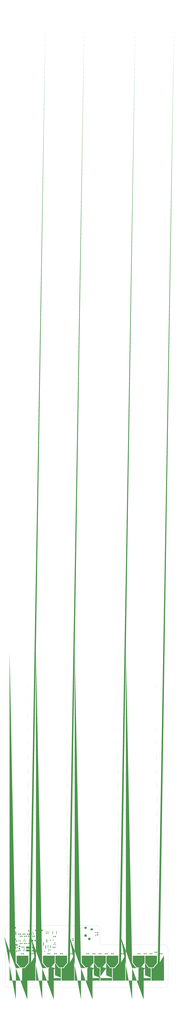
<source format=gbr>
%TF.GenerationSoftware,KiCad,Pcbnew,(6.0.7)*%
%TF.CreationDate,2023-07-28T14:32:25-04:00*%
%TF.ProjectId,Stylophone,5374796c-6f70-4686-9f6e-652e6b696361,rev?*%
%TF.SameCoordinates,Original*%
%TF.FileFunction,Paste,Top*%
%TF.FilePolarity,Positive*%
%FSLAX46Y46*%
G04 Gerber Fmt 4.6, Leading zero omitted, Abs format (unit mm)*
G04 Created by KiCad (PCBNEW (6.0.7)) date 2023-07-28 14:32:25*
%MOMM*%
%LPD*%
G01*
G04 APERTURE LIST*
G04 Aperture macros list*
%AMRoundRect*
0 Rectangle with rounded corners*
0 $1 Rounding radius*
0 $2 $3 $4 $5 $6 $7 $8 $9 X,Y pos of 4 corners*
0 Add a 4 corners polygon primitive as box body*
4,1,4,$2,$3,$4,$5,$6,$7,$8,$9,$2,$3,0*
0 Add four circle primitives for the rounded corners*
1,1,$1+$1,$2,$3*
1,1,$1+$1,$4,$5*
1,1,$1+$1,$6,$7*
1,1,$1+$1,$8,$9*
0 Add four rect primitives between the rounded corners*
20,1,$1+$1,$2,$3,$4,$5,0*
20,1,$1+$1,$4,$5,$6,$7,0*
20,1,$1+$1,$6,$7,$8,$9,0*
20,1,$1+$1,$8,$9,$2,$3,0*%
%AMFreePoly0*
4,1,45,2.512662,7.087767,2.516726,7.088432,2.520033,7.086467,2.530782,7.084572,2.549099,7.069202,2.569656,7.056991,7.069656,1.556992,7.084947,1.529730,7.084757,1.514405,7.090000,1.500000,7.090000,-7.000000,7.087939,-7.011690,7.088633,-7.015628,7.086634,-7.019091,7.084572,-7.030782,7.069543,-7.048693,7.057851,-7.068944,7.050220,-7.071722,7.045000,-7.077942,7.021973,-7.082003,
7.000000,-7.090000,-7.000000,-7.090000,-7.011690,-7.087939,-7.015628,-7.088633,-7.019091,-7.086634,-7.030782,-7.084572,-7.048693,-7.069543,-7.068944,-7.057851,-7.071722,-7.050220,-7.077942,-7.045000,-7.082003,-7.021973,-7.090000,-7.000000,-7.090000,1.500000,-7.084572,1.530782,-7.074719,1.542524,-7.069656,1.556991,-2.569656,7.056991,-2.559911,7.065376,-2.557851,7.068944,-2.554235,7.070260,
-2.545963,7.077378,-2.522471,7.081821,-2.500000,7.090000,2.500000,7.090000,2.512662,7.087767,2.512662,7.087767,$1*%
%AMFreePoly1*
4,1,58,7.511690,15.087939,7.515628,15.088633,7.519091,15.086634,7.530782,15.084572,7.548693,15.069543,7.568944,15.057851,7.571722,15.050220,7.577942,15.045000,7.582003,15.021973,7.590000,15.000000,7.590000,-15.000000,7.587939,-15.011690,7.588633,-15.015628,7.586634,-15.019091,7.584572,-15.030782,7.569543,-15.048693,7.557851,-15.068944,7.550220,-15.071722,7.545000,-15.077942,7.521973,-15.082003,
7.500000,-15.090000,-7.500000,-15.090000,-7.511690,-15.087939,-7.515628,-15.088633,-7.519091,-15.086634,-7.530782,-15.084572,-7.548693,-15.069543,-7.568944,-15.057851,-7.571722,-15.050220,-7.577942,-15.045000,-7.582003,-15.021973,-7.590000,-15.000000,-7.590000,0.000000,-7.587939,0.011690,-7.588633,0.015628,-7.586634,0.019091,-7.584572,0.030782,-7.569543,0.048693,-7.557851,0.068944,-7.550220,0.071722,
-7.545000,0.077942,-7.521973,0.082003,-7.500000,0.090000,-5.042154,0.090000,-0.090000,6.032585,-0.090000,15.000000,-0.087939,15.011690,-0.088633,15.015628,-0.086634,15.019091,-0.084572,15.030782,-0.069543,15.048693,-0.057851,15.068944,-0.050220,15.071722,-0.045000,15.077942,-0.021973,15.082003,0.000000,15.090000,7.500000,15.090000,7.511690,15.087939,7.511690,15.087939,$1*%
%AMFreePoly2*
4,1,59,0.015347,6.087033,0.020445,6.087647,0.042347,6.073353,0.065682,6.061530,0.067700,6.056807,0.072000,6.054000,4.545000,0.090000,7.000000,0.090000,7.011690,0.087939,7.015628,0.088633,7.019091,0.086634,7.030782,0.084572,7.048693,0.069543,7.068944,0.057851,7.071722,0.050220,7.077942,0.045000,7.082003,0.021973,7.090000,0.000000,7.090000,-15.000000,7.087939,-15.011690,
7.088633,-15.015628,7.086634,-15.019091,7.084572,-15.030782,7.069543,-15.048693,7.057851,-15.068944,7.050220,-15.071722,7.045000,-15.077942,7.021973,-15.082003,7.000000,-15.090000,-7.000000,-15.090000,-7.011690,-15.087939,-7.015628,-15.088633,-7.019091,-15.086634,-7.030782,-15.084572,-7.048693,-15.069543,-7.068944,-15.057851,-7.071722,-15.050220,-7.077942,-15.045000,-7.082003,-15.021973,-7.090000,-15.000000,
-7.090000,0.000000,-7.087939,0.011690,-7.088633,0.015628,-7.086634,0.019091,-7.084572,0.030782,-7.069543,0.048693,-7.057851,0.068944,-7.050220,0.071722,-7.045000,0.077942,-7.021973,0.082003,-7.000000,0.090000,-4.545000,0.090000,-0.072000,6.054000,-0.049188,6.075369,-0.044188,6.076535,-0.040677,6.080283,-0.014710,6.083411,0.010765,6.089354,0.015347,6.087033,0.015347,6.087033,
$1*%
%AMFreePoly3*
4,1,58,0.011690,15.087939,0.015628,15.088633,0.019091,15.086634,0.030782,15.084572,0.048693,15.069543,0.068944,15.057851,0.071722,15.050220,0.077942,15.045000,0.082003,15.021973,0.090000,15.000000,0.090000,6.032585,5.042153,0.090000,7.500000,0.090000,7.511690,0.087939,7.515628,0.088633,7.519091,0.086634,7.530782,0.084572,7.548693,0.069543,7.568944,0.057851,7.571722,0.050220,
7.577942,0.045000,7.582003,0.021973,7.590000,0.000000,7.590000,-15.000000,7.587939,-15.011690,7.588633,-15.015628,7.586634,-15.019091,7.584572,-15.030782,7.569543,-15.048693,7.557851,-15.068944,7.550220,-15.071722,7.545000,-15.077942,7.521973,-15.082003,7.500000,-15.090000,-7.500000,-15.090000,-7.511690,-15.087939,-7.515628,-15.088633,-7.519091,-15.086634,-7.530782,-15.084572,-7.548693,-15.069543,
-7.568944,-15.057851,-7.571722,-15.050220,-7.577942,-15.045000,-7.582003,-15.021973,-7.590000,-15.000000,-7.590000,15.000000,-7.587939,15.011690,-7.588633,15.015628,-7.586634,15.019091,-7.584572,15.030782,-7.569543,15.048693,-7.557851,15.068944,-7.550220,15.071722,-7.545000,15.077942,-7.521973,15.082003,-7.500000,15.090000,0.000000,15.090000,0.011690,15.087939,0.011690,15.087939,$1*%
G04 Aperture macros list end*
%TA.AperFunction,Profile*%
%ADD10C,0.100000*%
%TD*%
%ADD11RoundRect,0.250000X0.350000X0.450000X-0.350000X0.450000X-0.350000X-0.450000X0.350000X-0.450000X0*%
%ADD12RoundRect,0.250000X0.750000X-0.250000X0.750000X0.250000X-0.750000X0.250000X-0.750000X-0.250000X0*%
%ADD13FreePoly0,180.000000*%
%ADD14FreePoly1,0.000000*%
%ADD15RoundRect,0.250000X0.450000X-0.350000X0.450000X0.350000X-0.450000X0.350000X-0.450000X-0.350000X0*%
%ADD16RoundRect,0.250000X-0.350000X-0.450000X0.350000X-0.450000X0.350000X0.450000X-0.350000X0.450000X0*%
%ADD17RoundRect,0.250000X-0.412500X-0.650000X0.412500X-0.650000X0.412500X0.650000X-0.412500X0.650000X0*%
%ADD18RoundRect,0.150000X0.150000X-0.587500X0.150000X0.587500X-0.150000X0.587500X-0.150000X-0.587500X0*%
%ADD19RoundRect,0.237500X0.237500X-0.287500X0.237500X0.287500X-0.237500X0.287500X-0.237500X-0.287500X0*%
%ADD20RoundRect,0.250000X0.250000X0.750000X-0.250000X0.750000X-0.250000X-0.750000X0.250000X-0.750000X0*%
%ADD21R,2.800000X2.600000*%
%ADD22R,2.800000X2.200000*%
%ADD23R,2.800000X2.800000*%
%ADD24RoundRect,0.237500X-0.237500X0.300000X-0.237500X-0.300000X0.237500X-0.300000X0.237500X0.300000X0*%
%ADD25RoundRect,0.150000X-0.587500X-0.150000X0.587500X-0.150000X0.587500X0.150000X-0.587500X0.150000X0*%
%ADD26FreePoly2,0.000000*%
%ADD27RoundRect,0.250000X0.650000X-0.412500X0.650000X0.412500X-0.650000X0.412500X-0.650000X-0.412500X0*%
%ADD28RoundRect,0.250000X-0.650000X0.412500X-0.650000X-0.412500X0.650000X-0.412500X0.650000X0.412500X0*%
%ADD29R,0.900000X1.200000*%
%ADD30RoundRect,0.250000X-0.337500X-0.475000X0.337500X-0.475000X0.337500X0.475000X-0.337500X0.475000X0*%
%ADD31R,0.650000X2.000000*%
%ADD32RoundRect,0.237500X-0.300000X-0.237500X0.300000X-0.237500X0.300000X0.237500X-0.300000X0.237500X0*%
%ADD33FreePoly3,0.000000*%
%ADD34R,5.100000X2.400000*%
%ADD35RoundRect,0.250000X-1.500000X-0.550000X1.500000X-0.550000X1.500000X0.550000X-1.500000X0.550000X0*%
%ADD36R,1.200000X0.900000*%
%ADD37RoundRect,0.250000X-0.450000X0.350000X-0.450000X-0.350000X0.450000X-0.350000X0.450000X0.350000X0*%
%ADD38RoundRect,0.237500X-0.237500X0.287500X-0.237500X-0.287500X0.237500X-0.287500X0.237500X0.287500X0*%
%ADD39RoundRect,0.250000X-0.750000X0.250000X-0.750000X-0.250000X0.750000X-0.250000X0.750000X0.250000X0*%
%ADD40RoundRect,0.237500X0.237500X-0.300000X0.237500X0.300000X-0.237500X0.300000X-0.237500X-0.300000X0*%
%ADD41RoundRect,0.070000X-0.530000X0.280000X-0.530000X-0.280000X0.530000X-0.280000X0.530000X0.280000X0*%
%ADD42RoundRect,0.076000X-0.524000X0.304000X-0.524000X-0.304000X0.524000X-0.304000X0.524000X0.304000X0*%
%ADD43RoundRect,0.080000X-0.520000X0.320000X-0.520000X-0.320000X0.520000X-0.320000X0.520000X0.320000X0*%
G04 APERTURE END LIST*
D10*
X26000000Y-85500000D02*
X132974874Y-85500000D01*
X26000000Y-85500000D02*
G75*
G03*
X22500000Y-89000000I0J-3500000D01*
G01*
X216000000Y-160480000D02*
X26000000Y-160500000D01*
X216000000Y-108720000D02*
X139974874Y-108740000D01*
X216000000Y-160480000D02*
G75*
G03*
X219500000Y-156980000I0J3500000D01*
G01*
X136474900Y-105240000D02*
G75*
G03*
X139974874Y-108740000I3500000J0D01*
G01*
X22500000Y-157000000D02*
G75*
G03*
X26000000Y-160500000I3500000J0D01*
G01*
X136474874Y-89000000D02*
X136474874Y-105240000D01*
X219500000Y-112220000D02*
G75*
G03*
X216000000Y-108720000I-3500000J0D01*
G01*
X22500000Y-89000000D02*
X22500000Y-157000000D01*
X136474900Y-89000000D02*
G75*
G03*
X132974874Y-85500000I-3500000J0D01*
G01*
X219500000Y-156980000D02*
X219500000Y-112220000D01*
D11*
%TO.C,RPD1*%
X34000000Y-116500000D03*
X36000000Y-116500000D03*
%TD*%
D12*
%TO.C,J25*%
X134124874Y-94250000D03*
%TD*%
D13*
%TO.C,J9*%
X75000000Y-129000000D03*
%TD*%
D14*
%TO.C,J12*%
X98000000Y-137000000D03*
%TD*%
D15*
%TO.C,RP1*%
X68500000Y-108750000D03*
X68500000Y-106750000D03*
%TD*%
D11*
%TO.C,RL2*%
X212000000Y-119500000D03*
X210000000Y-119500000D03*
%TD*%
%TO.C,RL3*%
X199845000Y-119500000D03*
X197845000Y-119500000D03*
%TD*%
D16*
%TO.C,RL1*%
X203750000Y-117750000D03*
X205750000Y-117750000D03*
%TD*%
D17*
%TO.C,CMX1*%
X55157500Y-103550000D03*
X58282500Y-103550000D03*
%TD*%
D16*
%TO.C,RL18*%
X62500000Y-119500000D03*
X64500000Y-119500000D03*
%TD*%
D18*
%TO.C,Q4*%
X54550000Y-95737500D03*
X56450000Y-95737500D03*
X55500000Y-93862500D03*
%TD*%
D11*
%TO.C,RL10*%
X138000000Y-119500000D03*
X136000000Y-119500000D03*
%TD*%
D19*
%TO.C,LED2*%
X31750000Y-106415000D03*
X31750000Y-104665000D03*
%TD*%
D14*
%TO.C,J20*%
X160000000Y-137000000D03*
%TD*%
D20*
%TO.C,J3*%
X34270000Y-88000000D03*
%TD*%
D18*
%TO.C,Q3*%
X81300000Y-108187500D03*
X83200000Y-108187500D03*
X82250000Y-106312500D03*
%TD*%
D16*
%TO.C,RL12*%
X121095000Y-119500000D03*
X123095000Y-119500000D03*
%TD*%
D11*
%TO.C,RL5*%
X185250000Y-119500000D03*
X183250000Y-119500000D03*
%TD*%
D16*
%TO.C,RPG1*%
X38000000Y-115750000D03*
X40000000Y-115750000D03*
%TD*%
D18*
%TO.C,Q5*%
X44800000Y-104237500D03*
X46700000Y-104237500D03*
X45750000Y-102362500D03*
%TD*%
D16*
%TO.C,RL14*%
X101000000Y-119500000D03*
X103000000Y-119500000D03*
%TD*%
D21*
%TO.C,J28*%
X124000000Y-101550000D03*
D22*
X126950000Y-90050000D03*
D23*
X119550000Y-97550000D03*
D22*
X119550000Y-88150000D03*
%TD*%
D13*
%TO.C,J21*%
X152000000Y-129000000D03*
%TD*%
%TO.C,J6*%
X43000000Y-129000000D03*
%TD*%
D24*
%TO.C,CA1*%
X77000000Y-109887500D03*
X77000000Y-111612500D03*
%TD*%
D14*
%TO.C,J7*%
X51000000Y-137000000D03*
%TD*%
D11*
%TO.C,RL4*%
X192750000Y-119500000D03*
X190750000Y-119500000D03*
%TD*%
D15*
%TO.C,RD1*%
X72437500Y-105000000D03*
X72437500Y-103000000D03*
%TD*%
D16*
%TO.C,RE3*%
X50750000Y-107050000D03*
X52750000Y-107050000D03*
%TD*%
D25*
%TO.C,Q2*%
X74812500Y-114050000D03*
X74812500Y-115950000D03*
X76687500Y-115000000D03*
%TD*%
D12*
%TO.C,J26*%
X134124874Y-96750000D03*
%TD*%
D11*
%TO.C,RB4*%
X42250000Y-107050000D03*
X40250000Y-107050000D03*
%TD*%
D26*
%TO.C,J17*%
X191500000Y-136990000D03*
%TD*%
D11*
%TO.C,RB3*%
X47500000Y-107050000D03*
X45500000Y-107050000D03*
%TD*%
D24*
%TO.C,CA2*%
X74000000Y-109887500D03*
X74000000Y-111612500D03*
%TD*%
D27*
%TO.C,CC4*%
X63400000Y-115062500D03*
X63400000Y-111937500D03*
%TD*%
D11*
%TO.C,ROS1*%
X42300000Y-98330000D03*
X40300000Y-98330000D03*
%TD*%
D28*
%TO.C,CC3*%
X39250000Y-110437500D03*
X39250000Y-113562500D03*
%TD*%
D29*
%TO.C,DAT1*%
X80250000Y-103000000D03*
X76950000Y-103000000D03*
%TD*%
D24*
%TO.C,CMB1*%
X79500000Y-93137500D03*
X79500000Y-94862500D03*
%TD*%
D26*
%TO.C,J24*%
X129500000Y-137000000D03*
%TD*%
%TO.C,J22*%
X144500000Y-137000000D03*
%TD*%
D11*
%TO.C,RL6*%
X173500000Y-119500000D03*
X171500000Y-119500000D03*
%TD*%
D15*
%TO.C,R1*%
X35000000Y-95750000D03*
X35000000Y-93750000D03*
%TD*%
D11*
%TO.C,RL8*%
X153095000Y-119500000D03*
X151095000Y-119500000D03*
%TD*%
D13*
%TO.C,J16*%
X199000000Y-129000000D03*
%TD*%
D30*
%TO.C,COS1*%
X38490693Y-95799856D03*
X40565693Y-95799856D03*
%TD*%
D31*
%TO.C,U1*%
X36700000Y-108790000D03*
X35750000Y-108790000D03*
X34800000Y-108790000D03*
X34800000Y-112210000D03*
X36700000Y-112210000D03*
%TD*%
D24*
%TO.C,CC1*%
X32500000Y-112250000D03*
X32500000Y-113975000D03*
%TD*%
D26*
%TO.C,J10*%
X82500000Y-137000000D03*
%TD*%
D32*
%TO.C,COS5*%
X38665693Y-104050000D03*
X40390693Y-104050000D03*
%TD*%
D16*
%TO.C,RL15*%
X89250000Y-119500000D03*
X91250000Y-119500000D03*
%TD*%
D33*
%TO.C,J19*%
X176000000Y-137000000D03*
%TD*%
D18*
%TO.C,Q6*%
X44050000Y-115737500D03*
X45950000Y-115737500D03*
X45000000Y-113862500D03*
%TD*%
D16*
%TO.C,RBS1*%
X32500000Y-102000000D03*
X34500000Y-102000000D03*
%TD*%
D13*
%TO.C,J14*%
X122000000Y-129000000D03*
%TD*%
D16*
%TO.C,RMX1*%
X60500000Y-103550000D03*
X62500000Y-103550000D03*
%TD*%
%TO.C,RL17*%
X74000000Y-119500000D03*
X76000000Y-119500000D03*
%TD*%
%TO.C,RL19*%
X53500000Y-119500000D03*
X55500000Y-119500000D03*
%TD*%
D14*
%TO.C,J15*%
X207000000Y-137000000D03*
%TD*%
D34*
%TO.C,LBST1*%
X50000000Y-111975000D03*
X50000000Y-115525000D03*
%TD*%
D16*
%TO.C,RBS2*%
X33750000Y-104250000D03*
X35750000Y-104250000D03*
%TD*%
D11*
%TO.C,ROS2*%
X47380000Y-98330000D03*
X45380000Y-98330000D03*
%TD*%
D35*
%TO.C,COS4*%
X60300000Y-91300000D03*
X65700000Y-91300000D03*
%TD*%
D11*
%TO.C,RFB2*%
X60800000Y-116200000D03*
X58800000Y-116200000D03*
%TD*%
D28*
%TO.C,CC2*%
X29500000Y-111687500D03*
X29500000Y-114812500D03*
%TD*%
D15*
%TO.C,RFD1*%
X104250000Y-103500000D03*
X104250000Y-101500000D03*
%TD*%
D36*
%TO.C,DFB1*%
X131624874Y-93850000D03*
X131624874Y-97150000D03*
%TD*%
D33*
%TO.C,J13*%
X114000000Y-137000000D03*
%TD*%
D30*
%TO.C,COS3*%
X48962500Y-95790000D03*
X51037500Y-95790000D03*
%TD*%
D16*
%TO.C,RPU1*%
X42600000Y-111600000D03*
X44600000Y-111600000D03*
%TD*%
D11*
%TO.C,RB2*%
X52460000Y-98330000D03*
X50460000Y-98330000D03*
%TD*%
D15*
%TO.C,RC2*%
X51750000Y-104550000D03*
X51750000Y-102550000D03*
%TD*%
D16*
%TO.C,RL16*%
X82000000Y-119500000D03*
X84000000Y-119500000D03*
%TD*%
D33*
%TO.C,J5*%
X35000000Y-137000000D03*
%TD*%
D24*
%TO.C,CLB2*%
X74000000Y-93137500D03*
X74000000Y-94862500D03*
%TD*%
D13*
%TO.C,J23*%
X137000000Y-129000000D03*
%TD*%
D37*
%TO.C,RFB1*%
X60000000Y-112250000D03*
X60000000Y-114250000D03*
%TD*%
D38*
%TO.C,LED1*%
X31750000Y-108375000D03*
X31750000Y-110125000D03*
%TD*%
D39*
%TO.C,J4*%
X25000000Y-116840000D03*
%TD*%
D11*
%TO.C,RB1*%
X57500000Y-98330000D03*
X55500000Y-98330000D03*
%TD*%
D30*
%TO.C,COS2*%
X43882500Y-95790000D03*
X45957500Y-95790000D03*
%TD*%
D11*
%TO.C,RI2*%
X82250000Y-111750000D03*
X80250000Y-111750000D03*
%TD*%
D16*
%TO.C,RL21*%
X30000000Y-119500000D03*
X32000000Y-119500000D03*
%TD*%
%TO.C,RP2*%
X81000000Y-98750000D03*
X83000000Y-98750000D03*
%TD*%
D29*
%TO.C,D1*%
X69650000Y-116500000D03*
X66350000Y-116500000D03*
%TD*%
D11*
%TO.C,RL7*%
X165000000Y-119500000D03*
X163000000Y-119500000D03*
%TD*%
D24*
%TO.C,CHB1*%
X84250000Y-93137500D03*
X84250000Y-94862500D03*
%TD*%
D13*
%TO.C,J18*%
X184000000Y-129000000D03*
%TD*%
D40*
%TO.C,CLB1*%
X72000000Y-94862500D03*
X72000000Y-93137500D03*
%TD*%
D16*
%TO.C,RE2*%
X62250000Y-98300000D03*
X64250000Y-98300000D03*
%TD*%
%TO.C,RC1*%
X50460000Y-91750000D03*
X52460000Y-91750000D03*
%TD*%
D11*
%TO.C,RL9*%
X145595000Y-119500000D03*
X143595000Y-119500000D03*
%TD*%
D20*
%TO.C,J2*%
X32500000Y-88000000D03*
%TD*%
D31*
%TO.C,U2*%
X55050000Y-115710000D03*
X56000000Y-115710000D03*
X56950000Y-115710000D03*
X56950000Y-112290000D03*
X56000000Y-112290000D03*
X55050000Y-112290000D03*
%TD*%
D41*
%TO.C,J1*%
X29480000Y-97000000D03*
D42*
X29480000Y-99020000D03*
D43*
X29480000Y-100250000D03*
D41*
X29480000Y-98000000D03*
D42*
X29480000Y-95980000D03*
D43*
X29480000Y-94750000D03*
%TD*%
D13*
%TO.C,J11*%
X90000000Y-129000000D03*
%TD*%
D11*
%TO.C,RL11*%
X130750000Y-119500000D03*
X128750000Y-119500000D03*
%TD*%
D16*
%TO.C,RL13*%
X109500000Y-119500000D03*
X111500000Y-119500000D03*
%TD*%
D15*
%TO.C,R2*%
X32750000Y-95750000D03*
X32750000Y-93750000D03*
%TD*%
D37*
%TO.C,RI1*%
X71000000Y-110500000D03*
X71000000Y-112500000D03*
%TD*%
D16*
%TO.C,RL20*%
X42000000Y-119500000D03*
X44000000Y-119500000D03*
%TD*%
D33*
%TO.C,J8*%
X67000000Y-137000000D03*
%TD*%
M02*

</source>
